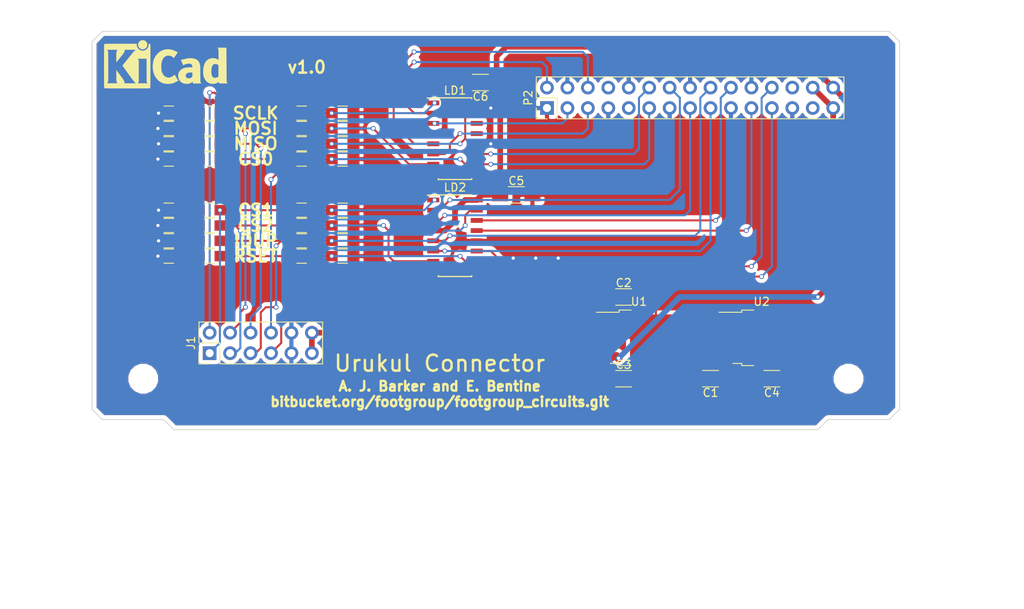
<source format=kicad_pcb>
(kicad_pcb (version 4) (host pcbnew 4.0.7)
  (layers (0 F.Cu signal) (31 B.Cu signal hide) (34 B.Paste user) (35 F.Paste user) (36 B.SilkS user) (37 F.SilkS user) (38 B.Mask user) (39 F.Mask user) (44 Edge.Cuts user))
  (net 0 "")
  (net 1 +15V)
  (net 2 GND)
  (net 3 +12V)
  (net 4 +3V3)
  (net 5 "Net-(D1-Pad1)")
  (net 6 "Net-(D2-Pad1)")
  (net 7 "Net-(D3-Pad1)")
  (net 8 "Net-(D4-Pad1)")
  (net 9 "Net-(D5-Pad1)")
  (net 10 "Net-(D6-Pad1)")
  (net 11 "Net-(D7-Pad1)")
  (net 12 "Net-(D8-Pad1)")
  (net 13 "Net-(P2-Pad9)")
  (net 14 /SCLK_TTL)
  (net 15 /MOSI_TTL)
  (net 16 /MISO_TTL)
  (net 17 /CS0_TTL)
  (net 18 /CS1_TTL)
  (net 19 /CS2_TTL)
  (net 20 /IOUPDATE_TTL)
  (net 21 /DDSRESET_TTL)
  (net 22 /SCLK_LVT)
  (net 23 /SCLK_NIO)
  (net 24 /SCLK_IO)
  (net 25 /MOSI_IO)
  (net 26 /MOSI_NIO)
  (net 27 /MOSI_LVT)
  (net 28 /CS0_LVT)
  (net 29 /CS0_NIO)
  (net 30 /CS0_IO)
  (net 31 /MISO_IO)
  (net 32 /MISO_NIO)
  (net 33 /MISO_LVT)
  (net 34 /CS1_LVT)
  (net 35 /CS1_NIO)
  (net 36 /CS1_IO)
  (net 37 /CS2_IO)
  (net 38 /CS2_NIO)
  (net 39 /CS2_LVT)
  (net 40 /DDSRESET_LVT)
  (net 41 /DDSRESET_NIO)
  (net 42 /DDSRESET_IO)
  (net 43 /IOUPDATE_IO)
  (net 44 /IOUPDATE_NIO)
  (net 45 /IOUPDATE_LVT)
  (net 46 /I2C_SDA)
  (net 47 /I2C_SCL)
  (net 48 "Net-(P2-Pad8)")
  (module Mounting_Holes:MountingHole_2.7mm_M2.5 (layer F.Cu) (at 76.2 151.13)
    (fp_text reference REF** hide)
    (fp_text value MountingHole_2.7mm_M2.5 hide)
    (pad 1 np_thru_hole circle (at 0 0) (size 2.7 2.7) (drill 2.7) (layers *.Cu *.Mask))
  )
  (module Capacitors_SMD:C_1206_HandSoldering (layer F.Cu) (at 146.685 151.13 180)
    (fp_text reference C1 (at 0 -1.75 180) (layer F.SilkS))
    (fp_text value 10u)
    (pad 1 smd rect (at -2 0 180) (size 2 1.6) (layers F.Cu F.Paste F.Mask) (net 1 +15V))
    (pad 2 smd rect (at 2 0 180) (size 2 1.6) (layers F.Cu F.Paste F.Mask) (net 2 GND))
  )
  (module Capacitors_SMD:C_1206_HandSoldering (layer F.Cu) (at 135.89 140.97)
    (fp_text reference C2 (at 0 -1.75) (layer F.SilkS))
    (fp_text value 10u)
    (pad 1 smd rect (at -2 0) (size 2 1.6) (layers F.Cu F.Paste F.Mask) (net 1 +15V))
    (pad 2 smd rect (at 2 0) (size 2 1.6) (layers F.Cu F.Paste F.Mask) (net 2 GND))
  )
  (module Capacitors_SMD:C_1206_HandSoldering (layer F.Cu) (at 135.89 151.13)
    (fp_text reference C3 (at 0 -1.75) (layer F.SilkS))
    (fp_text value 10u)
    (pad 1 smd rect (at -2 0) (size 2 1.6) (layers F.Cu F.Paste F.Mask) (net 3 +12V))
    (pad 2 smd rect (at 2 0) (size 2 1.6) (layers F.Cu F.Paste F.Mask) (net 2 GND))
  )
  (module Capacitors_SMD:C_1206_HandSoldering (layer F.Cu) (at 154.305 151.13 180)
    (fp_text reference C4 (at 0 -1.75 180) (layer F.SilkS))
    (fp_text value 10u)
    (pad 1 smd rect (at -2 0 180) (size 2 1.6) (layers F.Cu F.Paste F.Mask) (net 4 +3V3))
    (pad 2 smd rect (at 2 0 180) (size 2 1.6) (layers F.Cu F.Paste F.Mask) (net 2 GND))
  )
  (module Resistors_SMD:R_0805_HandSoldering (layer F.Cu) (at 84.455 118.11)
    (fp_text reference D1 hide)
    (fp_text value Led_Small hide)
    (pad 1 smd rect (at -1.35 0) (size 1.5 1.3) (layers F.Cu F.Paste F.Mask) (net 5 "Net-(D1-Pad1)"))
    (pad 2 smd rect (at 1.35 0) (size 1.5 1.3) (layers F.Cu F.Paste F.Mask) (net 14 /SCLK_TTL))
  )
  (module Resistors_SMD:R_0805_HandSoldering (layer F.Cu) (at 84.455 120.015)
    (fp_text reference D2 hide)
    (fp_text value Led_Small hide)
    (pad 1 smd rect (at -1.35 0) (size 1.5 1.3) (layers F.Cu F.Paste F.Mask) (net 6 "Net-(D2-Pad1)"))
    (pad 2 smd rect (at 1.35 0) (size 1.5 1.3) (layers F.Cu F.Paste F.Mask) (net 15 /MOSI_TTL))
  )
  (module Resistors_SMD:R_0805_HandSoldering (layer F.Cu) (at 84.455 121.92)
    (fp_text reference D3 hide)
    (fp_text value Led_Small hide)
    (pad 1 smd rect (at -1.35 0) (size 1.5 1.3) (layers F.Cu F.Paste F.Mask) (net 7 "Net-(D3-Pad1)"))
    (pad 2 smd rect (at 1.35 0) (size 1.5 1.3) (layers F.Cu F.Paste F.Mask) (net 16 /MISO_TTL))
  )
  (module Resistors_SMD:R_0805_HandSoldering (layer F.Cu) (at 84.455 123.825)
    (fp_text reference D4 hide)
    (fp_text value Led_Small hide)
    (pad 1 smd rect (at -1.35 0) (size 1.5 1.3) (layers F.Cu F.Paste F.Mask) (net 8 "Net-(D4-Pad1)"))
    (pad 2 smd rect (at 1.35 0) (size 1.5 1.3) (layers F.Cu F.Paste F.Mask) (net 17 /CS0_TTL))
  )
  (module Resistors_SMD:R_0805_HandSoldering (layer F.Cu) (at 84.455 130.175)
    (fp_text reference D5 hide)
    (fp_text value Led_Small hide)
    (pad 1 smd rect (at -1.35 0) (size 1.5 1.3) (layers F.Cu F.Paste F.Mask) (net 9 "Net-(D5-Pad1)"))
    (pad 2 smd rect (at 1.35 0) (size 1.5 1.3) (layers F.Cu F.Paste F.Mask) (net 18 /CS1_TTL))
  )
  (module Resistors_SMD:R_0805_HandSoldering (layer F.Cu) (at 84.455 132.08)
    (fp_text reference D6 hide)
    (fp_text value Led_Small hide)
    (pad 1 smd rect (at -1.35 0) (size 1.5 1.3) (layers F.Cu F.Paste F.Mask) (net 10 "Net-(D6-Pad1)"))
    (pad 2 smd rect (at 1.35 0) (size 1.5 1.3) (layers F.Cu F.Paste F.Mask) (net 19 /CS2_TTL))
  )
  (module Resistors_SMD:R_0805_HandSoldering (layer F.Cu) (at 84.455 133.985)
    (fp_text reference D7 hide)
    (fp_text value Led_Small hide)
    (pad 1 smd rect (at -1.35 0) (size 1.5 1.3) (layers F.Cu F.Paste F.Mask) (net 11 "Net-(D7-Pad1)"))
    (pad 2 smd rect (at 1.35 0) (size 1.5 1.3) (layers F.Cu F.Paste F.Mask) (net 20 /IOUPDATE_TTL))
  )
  (module Resistors_SMD:R_0805_HandSoldering (layer F.Cu) (at 84.455 135.89)
    (fp_text reference D8 hide)
    (fp_text value Led_Small hide)
    (pad 1 smd rect (at -1.35 0) (size 1.5 1.3) (layers F.Cu F.Paste F.Mask) (net 12 "Net-(D8-Pad1)"))
    (pad 2 smd rect (at 1.35 0) (size 1.5 1.3) (layers F.Cu F.Paste F.Mask) (net 21 /DDSRESET_TTL))
  )
  (module Pin_Headers:Pin_Header_Straight_2x06_Pitch2.54mm (layer F.Cu) (at 84.455 147.955 90)
    (fp_text reference J1 (at 1.27 -2.33 90) (layer F.SilkS))
    (fp_text value Conn_02x06_Odd_Even)
    (pad 1 thru_hole rect (at 0 0 90) (size 1.7 1.7) (drill 1) (layers *.Cu *.Mask) (net 18 /CS1_TTL))
    (pad 2 thru_hole oval (at 2.54 0 90) (size 1.7 1.7) (drill 1) (layers *.Cu *.Mask) (net 14 /SCLK_TTL))
    (pad 3 thru_hole oval (at 0 2.54 90) (size 1.7 1.7) (drill 1) (layers *.Cu *.Mask) (net 19 /CS2_TTL))
    (pad 4 thru_hole oval (at 2.54 2.54 90) (size 1.7 1.7) (drill 1) (layers *.Cu *.Mask) (net 15 /MOSI_TTL))
    (pad 5 thru_hole oval (at 0 5.08 90) (size 1.7 1.7) (drill 1) (layers *.Cu *.Mask) (net 20 /IOUPDATE_TTL))
    (pad 6 thru_hole oval (at 2.54 5.08 90) (size 1.7 1.7) (drill 1) (layers *.Cu *.Mask) (net 16 /MISO_TTL))
    (pad 7 thru_hole oval (at 0 7.62 90) (size 1.7 1.7) (drill 1) (layers *.Cu *.Mask) (net 21 /DDSRESET_TTL))
    (pad 8 thru_hole oval (at 2.54 7.62 90) (size 1.7 1.7) (drill 1) (layers *.Cu *.Mask) (net 17 /CS0_TTL))
    (pad 9 thru_hole oval (at 0 10.16 90) (size 1.7 1.7) (drill 1) (layers *.Cu *.Mask) (net 2 GND))
    (pad 10 thru_hole oval (at 2.54 10.16 90) (size 1.7 1.7) (drill 1) (layers *.Cu *.Mask) (net 2 GND))
    (pad 11 thru_hole oval (at 0 12.7 90) (size 1.7 1.7) (drill 1) (layers *.Cu *.Mask) (net 1 +15V))
    (pad 12 thru_hole oval (at 2.54 12.7 90) (size 1.7 1.7) (drill 1) (layers *.Cu *.Mask) (net 1 +15V))
  )
  (module Housings_SOIC:SOIC-16_3.9x9.9mm_Pitch1.27mm (layer F.Cu) (at 114.935 121.285)
    (fp_text reference LD1 (at 0 -6) (layer F.SilkS))
    (fp_text value SN65LVDS31)
    (pad 1 smd rect (at -2.7 -4.445) (size 1.5 0.6) (layers F.Cu F.Paste F.Mask) (net 22 /SCLK_LVT))
    (pad 2 smd rect (at -2.7 -3.175) (size 1.5 0.6) (layers F.Cu F.Paste F.Mask) (net 23 /SCLK_NIO))
    (pad 3 smd rect (at -2.7 -1.905) (size 1.5 0.6) (layers F.Cu F.Paste F.Mask) (net 24 /SCLK_IO))
    (pad 4 smd rect (at -2.7 -0.635) (size 1.5 0.6) (layers F.Cu F.Paste F.Mask) (net 4 +3V3))
    (pad 5 smd rect (at -2.7 0.635) (size 1.5 0.6) (layers F.Cu F.Paste F.Mask) (net 25 /MOSI_IO))
    (pad 6 smd rect (at -2.7 1.905) (size 1.5 0.6) (layers F.Cu F.Paste F.Mask) (net 26 /MOSI_NIO))
    (pad 7 smd rect (at -2.7 3.175) (size 1.5 0.6) (layers F.Cu F.Paste F.Mask) (net 27 /MOSI_LVT))
    (pad 8 smd rect (at -2.7 4.445) (size 1.5 0.6) (layers F.Cu F.Paste F.Mask) (net 2 GND))
    (pad 9 smd rect (at 2.7 4.445) (size 1.5 0.6) (layers F.Cu F.Paste F.Mask) (net 28 /CS0_LVT))
    (pad 10 smd rect (at 2.7 3.175) (size 1.5 0.6) (layers F.Cu F.Paste F.Mask) (net 29 /CS0_NIO))
    (pad 11 smd rect (at 2.7 1.905) (size 1.5 0.6) (layers F.Cu F.Paste F.Mask) (net 30 /CS0_IO))
    (pad 12 smd rect (at 2.7 0.635) (size 1.5 0.6) (layers F.Cu F.Paste F.Mask) (net 2 GND))
    (pad 13 smd rect (at 2.7 -0.635) (size 1.5 0.6) (layers F.Cu F.Paste F.Mask) (net 31 /MISO_IO))
    (pad 14 smd rect (at 2.7 -1.905) (size 1.5 0.6) (layers F.Cu F.Paste F.Mask) (net 32 /MISO_NIO))
    (pad 15 smd rect (at 2.7 -3.175) (size 1.5 0.6) (layers F.Cu F.Paste F.Mask) (net 33 /MISO_LVT))
    (pad 16 smd rect (at 2.7 -4.445) (size 1.5 0.6) (layers F.Cu F.Paste F.Mask) (net 4 +3V3))
  )
  (module Housings_SOIC:SOIC-16_3.9x9.9mm_Pitch1.27mm (layer F.Cu) (at 114.935 133.35)
    (fp_text reference LD2 (at 0 -6) (layer F.SilkS))
    (fp_text value SN65LVDS31)
    (pad 1 smd rect (at -2.7 -4.445) (size 1.5 0.6) (layers F.Cu F.Paste F.Mask) (net 34 /CS1_LVT))
    (pad 2 smd rect (at -2.7 -3.175) (size 1.5 0.6) (layers F.Cu F.Paste F.Mask) (net 35 /CS1_NIO))
    (pad 3 smd rect (at -2.7 -1.905) (size 1.5 0.6) (layers F.Cu F.Paste F.Mask) (net 36 /CS1_IO))
    (pad 4 smd rect (at -2.7 -0.635) (size 1.5 0.6) (layers F.Cu F.Paste F.Mask) (net 4 +3V3))
    (pad 5 smd rect (at -2.7 0.635) (size 1.5 0.6) (layers F.Cu F.Paste F.Mask) (net 37 /CS2_IO))
    (pad 6 smd rect (at -2.7 1.905) (size 1.5 0.6) (layers F.Cu F.Paste F.Mask) (net 38 /CS2_NIO))
    (pad 7 smd rect (at -2.7 3.175) (size 1.5 0.6) (layers F.Cu F.Paste F.Mask) (net 39 /CS2_LVT))
    (pad 8 smd rect (at -2.7 4.445) (size 1.5 0.6) (layers F.Cu F.Paste F.Mask) (net 2 GND))
    (pad 9 smd rect (at 2.7 4.445) (size 1.5 0.6) (layers F.Cu F.Paste F.Mask) (net 40 /DDSRESET_LVT))
    (pad 10 smd rect (at 2.7 3.175) (size 1.5 0.6) (layers F.Cu F.Paste F.Mask) (net 41 /DDSRESET_NIO))
    (pad 11 smd rect (at 2.7 1.905) (size 1.5 0.6) (layers F.Cu F.Paste F.Mask) (net 42 /DDSRESET_IO))
    (pad 12 smd rect (at 2.7 0.635) (size 1.5 0.6) (layers F.Cu F.Paste F.Mask) (net 2 GND))
    (pad 13 smd rect (at 2.7 -0.635) (size 1.5 0.6) (layers F.Cu F.Paste F.Mask) (net 43 /IOUPDATE_IO))
    (pad 14 smd rect (at 2.7 -1.905) (size 1.5 0.6) (layers F.Cu F.Paste F.Mask) (net 44 /IOUPDATE_NIO))
    (pad 15 smd rect (at 2.7 -3.175) (size 1.5 0.6) (layers F.Cu F.Paste F.Mask) (net 45 /IOUPDATE_LVT))
    (pad 16 smd rect (at 2.7 -4.445) (size 1.5 0.6) (layers F.Cu F.Paste F.Mask) (net 4 +3V3))
  )
  (module Pin_Headers:Pin_Header_Straight_2x15_Pitch2.54mm (layer F.Cu) (at 126.365 117.475 90)
    (fp_text reference P2 (at 1.27 -2.33 90) (layer F.SilkS))
    (fp_text value CONN_02X15)
    (pad 1 thru_hole rect (at 0 0 90) (size 1.7 1.7) (drill 1) (layers *.Cu *.Mask) (net 2 GND))
    (pad 2 thru_hole oval (at 2.54 0 90) (size 1.7 1.7) (drill 1) (layers *.Cu *.Mask) (net 23 /SCLK_NIO))
    (pad 3 thru_hole oval (at 0 2.54 90) (size 1.7 1.7) (drill 1) (layers *.Cu *.Mask) (net 24 /SCLK_IO))
    (pad 4 thru_hole oval (at 2.54 2.54 90) (size 1.7 1.7) (drill 1) (layers *.Cu *.Mask) (net 2 GND))
    (pad 5 thru_hole oval (at 0 5.08 90) (size 1.7 1.7) (drill 1) (layers *.Cu *.Mask) (net 26 /MOSI_NIO))
    (pad 6 thru_hole oval (at 2.54 5.08 90) (size 1.7 1.7) (drill 1) (layers *.Cu *.Mask) (net 25 /MOSI_IO))
    (pad 7 thru_hole oval (at 0 7.62 90) (size 1.7 1.7) (drill 1) (layers *.Cu *.Mask) (net 2 GND))
    (pad 8 thru_hole oval (at 2.54 7.62 90) (size 1.7 1.7) (drill 1) (layers *.Cu *.Mask) (net 48 "Net-(P2-Pad8)"))
    (pad 9 thru_hole oval (at 0 10.16 90) (size 1.7 1.7) (drill 1) (layers *.Cu *.Mask) (net 13 "Net-(P2-Pad9)"))
    (pad 10 thru_hole oval (at 2.54 10.16 90) (size 1.7 1.7) (drill 1) (layers *.Cu *.Mask) (net 2 GND))
    (pad 11 thru_hole oval (at 0 12.7 90) (size 1.7 1.7) (drill 1) (layers *.Cu *.Mask) (net 29 /CS0_NIO))
    (pad 12 thru_hole oval (at 2.54 12.7 90) (size 1.7 1.7) (drill 1) (layers *.Cu *.Mask) (net 30 /CS0_IO))
    (pad 13 thru_hole oval (at 0 15.24 90) (size 1.7 1.7) (drill 1) (layers *.Cu *.Mask) (net 2 GND))
    (pad 14 thru_hole oval (at 2.54 15.24 90) (size 1.7 1.7) (drill 1) (layers *.Cu *.Mask) (net 35 /CS1_NIO))
    (pad 15 thru_hole oval (at 0 17.78 90) (size 1.7 1.7) (drill 1) (layers *.Cu *.Mask) (net 36 /CS1_IO))
    (pad 16 thru_hole oval (at 2.54 17.78 90) (size 1.7 1.7) (drill 1) (layers *.Cu *.Mask) (net 2 GND))
    (pad 17 thru_hole oval (at 0 20.32 90) (size 1.7 1.7) (drill 1) (layers *.Cu *.Mask) (net 38 /CS2_NIO))
    (pad 18 thru_hole oval (at 2.54 20.32 90) (size 1.7 1.7) (drill 1) (layers *.Cu *.Mask) (net 37 /CS2_IO))
    (pad 19 thru_hole oval (at 0 22.86 90) (size 1.7 1.7) (drill 1) (layers *.Cu *.Mask) (net 2 GND))
    (pad 20 thru_hole oval (at 2.54 22.86 90) (size 1.7 1.7) (drill 1) (layers *.Cu *.Mask) (net 44 /IOUPDATE_NIO))
    (pad 21 thru_hole oval (at 0 25.4 90) (size 1.7 1.7) (drill 1) (layers *.Cu *.Mask) (net 43 /IOUPDATE_IO))
    (pad 22 thru_hole oval (at 2.54 25.4 90) (size 1.7 1.7) (drill 1) (layers *.Cu *.Mask) (net 2 GND))
    (pad 23 thru_hole oval (at 0 27.94 90) (size 1.7 1.7) (drill 1) (layers *.Cu *.Mask) (net 41 /DDSRESET_NIO))
    (pad 24 thru_hole oval (at 2.54 27.94 90) (size 1.7 1.7) (drill 1) (layers *.Cu *.Mask) (net 42 /DDSRESET_IO))
    (pad 25 thru_hole oval (at 0 30.48 90) (size 1.7 1.7) (drill 1) (layers *.Cu *.Mask) (net 2 GND))
    (pad 26 thru_hole oval (at 2.54 30.48 90) (size 1.7 1.7) (drill 1) (layers *.Cu *.Mask) (net 46 /I2C_SDA))
    (pad 27 thru_hole oval (at 0 33.02 90) (size 1.7 1.7) (drill 1) (layers *.Cu *.Mask) (net 47 /I2C_SCL))
    (pad 28 thru_hole oval (at 2.54 33.02 90) (size 1.7 1.7) (drill 1) (layers *.Cu *.Mask) (net 3 +12V))
    (pad 29 thru_hole oval (at 0 35.56 90) (size 1.7 1.7) (drill 1) (layers *.Cu *.Mask) (net 3 +12V))
    (pad 30 thru_hole oval (at 2.54 35.56 90) (size 1.7 1.7) (drill 1) (layers *.Cu *.Mask) (net 4 +3V3))
  )
  (module Resistors_SMD:R_0805_HandSoldering (layer F.Cu) (at 79.375 118.11)
    (fp_text reference R1 hide)
    (fp_text value 330 hide)
    (pad 1 smd rect (at -1.35 0) (size 1.5 1.3) (layers F.Cu F.Paste F.Mask) (net 2 GND))
    (pad 2 smd rect (at 1.35 0) (size 1.5 1.3) (layers F.Cu F.Paste F.Mask) (net 5 "Net-(D1-Pad1)"))
  )
  (module Resistors_SMD:R_0805_HandSoldering (layer F.Cu) (at 79.375 120.015)
    (fp_text reference R2 hide)
    (fp_text value 330 hide)
    (pad 1 smd rect (at -1.35 0) (size 1.5 1.3) (layers F.Cu F.Paste F.Mask) (net 2 GND))
    (pad 2 smd rect (at 1.35 0) (size 1.5 1.3) (layers F.Cu F.Paste F.Mask) (net 6 "Net-(D2-Pad1)"))
  )
  (module Resistors_SMD:R_0805_HandSoldering (layer F.Cu) (at 79.375 121.92)
    (fp_text reference R3 hide)
    (fp_text value 330 hide)
    (pad 1 smd rect (at -1.35 0) (size 1.5 1.3) (layers F.Cu F.Paste F.Mask) (net 2 GND))
    (pad 2 smd rect (at 1.35 0) (size 1.5 1.3) (layers F.Cu F.Paste F.Mask) (net 7 "Net-(D3-Pad1)"))
  )
  (module Resistors_SMD:R_0805_HandSoldering (layer F.Cu) (at 79.375 123.825)
    (fp_text reference R4 hide)
    (fp_text value 330 hide)
    (pad 1 smd rect (at -1.35 0) (size 1.5 1.3) (layers F.Cu F.Paste F.Mask) (net 2 GND))
    (pad 2 smd rect (at 1.35 0) (size 1.5 1.3) (layers F.Cu F.Paste F.Mask) (net 8 "Net-(D4-Pad1)"))
  )
  (module Resistors_SMD:R_0805_HandSoldering (layer F.Cu) (at 79.375 130.175)
    (fp_text reference R5 hide)
    (fp_text value 330 hide)
    (pad 1 smd rect (at -1.35 0) (size 1.5 1.3) (layers F.Cu F.Paste F.Mask) (net 2 GND))
    (pad 2 smd rect (at 1.35 0) (size 1.5 1.3) (layers F.Cu F.Paste F.Mask) (net 9 "Net-(D5-Pad1)"))
  )
  (module Resistors_SMD:R_0805_HandSoldering (layer F.Cu) (at 79.375 132.08)
    (fp_text reference R6 hide)
    (fp_text value 330 hide)
    (pad 1 smd rect (at -1.35 0) (size 1.5 1.3) (layers F.Cu F.Paste F.Mask) (net 2 GND))
    (pad 2 smd rect (at 1.35 0) (size 1.5 1.3) (layers F.Cu F.Paste F.Mask) (net 10 "Net-(D6-Pad1)"))
  )
  (module Resistors_SMD:R_0805_HandSoldering (layer F.Cu) (at 79.375 133.985)
    (fp_text reference R7 hide)
    (fp_text value 330 hide)
    (pad 1 smd rect (at -1.35 0) (size 1.5 1.3) (layers F.Cu F.Paste F.Mask) (net 2 GND))
    (pad 2 smd rect (at 1.35 0) (size 1.5 1.3) (layers F.Cu F.Paste F.Mask) (net 11 "Net-(D7-Pad1)"))
  )
  (module Resistors_SMD:R_0805_HandSoldering (layer F.Cu) (at 79.375 135.89)
    (fp_text reference R8 hide)
    (fp_text value 330 hide)
    (pad 1 smd rect (at -1.35 0) (size 1.5 1.3) (layers F.Cu F.Paste F.Mask) (net 2 GND))
    (pad 2 smd rect (at 1.35 0) (size 1.5 1.3) (layers F.Cu F.Paste F.Mask) (net 12 "Net-(D8-Pad1)"))
  )
  (module Resistors_SMD:R_0805_HandSoldering (layer F.Cu) (at 95.885 118.11)
    (fp_text reference R9 hide)
    (fp_text value 170 hide)
    (pad 1 smd rect (at -1.35 0) (size 1.5 1.3) (layers F.Cu F.Paste F.Mask) (net 14 /SCLK_TTL))
    (pad 2 smd rect (at 1.35 0) (size 1.5 1.3) (layers F.Cu F.Paste F.Mask) (net 22 /SCLK_LVT))
  )
  (module Resistors_SMD:R_0805_HandSoldering (layer F.Cu) (at 100.965 118.11)
    (fp_text reference R10 hide)
    (fp_text value 330 hide)
    (pad 1 smd rect (at -1.35 0) (size 1.5 1.3) (layers F.Cu F.Paste F.Mask) (net 22 /SCLK_LVT))
    (pad 2 smd rect (at 1.35 0) (size 1.5 1.3) (layers F.Cu F.Paste F.Mask) (net 2 GND))
  )
  (module Resistors_SMD:R_0805_HandSoldering (layer F.Cu) (at 95.885 130.175)
    (fp_text reference R11 hide)
    (fp_text value 170 hide)
    (pad 1 smd rect (at -1.35 0) (size 1.5 1.3) (layers F.Cu F.Paste F.Mask) (net 18 /CS1_TTL))
    (pad 2 smd rect (at 1.35 0) (size 1.5 1.3) (layers F.Cu F.Paste F.Mask) (net 34 /CS1_LVT))
  )
  (module Resistors_SMD:R_0805_HandSoldering (layer F.Cu) (at 100.965 130.175)
    (fp_text reference R12 hide)
    (fp_text value 330 hide)
    (pad 1 smd rect (at -1.35 0) (size 1.5 1.3) (layers F.Cu F.Paste F.Mask) (net 34 /CS1_LVT))
    (pad 2 smd rect (at 1.35 0) (size 1.5 1.3) (layers F.Cu F.Paste F.Mask) (net 2 GND))
  )
  (module Resistors_SMD:R_0805_HandSoldering (layer F.Cu) (at 95.885 120.015)
    (fp_text reference R13 hide)
    (fp_text value 170 hide)
    (pad 1 smd rect (at -1.35 0) (size 1.5 1.3) (layers F.Cu F.Paste F.Mask) (net 15 /MOSI_TTL))
    (pad 2 smd rect (at 1.35 0) (size 1.5 1.3) (layers F.Cu F.Paste F.Mask) (net 27 /MOSI_LVT))
  )
  (module Resistors_SMD:R_0805_HandSoldering (layer F.Cu) (at 100.965 120.015)
    (fp_text reference R14 hide)
    (fp_text value 330 hide)
    (pad 1 smd rect (at -1.35 0) (size 1.5 1.3) (layers F.Cu F.Paste F.Mask) (net 27 /MOSI_LVT))
    (pad 2 smd rect (at 1.35 0) (size 1.5 1.3) (layers F.Cu F.Paste F.Mask) (net 2 GND))
  )
  (module Resistors_SMD:R_0805_HandSoldering (layer F.Cu) (at 95.885 132.08)
    (fp_text reference R15 hide)
    (fp_text value 170 hide)
    (pad 1 smd rect (at -1.35 0) (size 1.5 1.3) (layers F.Cu F.Paste F.Mask) (net 19 /CS2_TTL))
    (pad 2 smd rect (at 1.35 0) (size 1.5 1.3) (layers F.Cu F.Paste F.Mask) (net 39 /CS2_LVT))
  )
  (module Resistors_SMD:R_0805_HandSoldering (layer F.Cu) (at 100.965 132.08)
    (fp_text reference R16 hide)
    (fp_text value 330 hide)
    (pad 1 smd rect (at -1.35 0) (size 1.5 1.3) (layers F.Cu F.Paste F.Mask) (net 39 /CS2_LVT))
    (pad 2 smd rect (at 1.35 0) (size 1.5 1.3) (layers F.Cu F.Paste F.Mask) (net 2 GND))
  )
  (module Resistors_SMD:R_0805_HandSoldering (layer F.Cu) (at 95.885 121.92)
    (fp_text reference R17 hide)
    (fp_text value 170 hide)
    (pad 1 smd rect (at -1.35 0) (size 1.5 1.3) (layers F.Cu F.Paste F.Mask) (net 16 /MISO_TTL))
    (pad 2 smd rect (at 1.35 0) (size 1.5 1.3) (layers F.Cu F.Paste F.Mask) (net 33 /MISO_LVT))
  )
  (module Resistors_SMD:R_0805_HandSoldering (layer F.Cu) (at 100.965 121.92)
    (fp_text reference R18 hide)
    (fp_text value 330 hide)
    (pad 1 smd rect (at -1.35 0) (size 1.5 1.3) (layers F.Cu F.Paste F.Mask) (net 33 /MISO_LVT))
    (pad 2 smd rect (at 1.35 0) (size 1.5 1.3) (layers F.Cu F.Paste F.Mask) (net 2 GND))
  )
  (module Resistors_SMD:R_0805_HandSoldering (layer F.Cu) (at 95.885 133.985)
    (fp_text reference R19 hide)
    (fp_text value 170 hide)
    (pad 1 smd rect (at -1.35 0) (size 1.5 1.3) (layers F.Cu F.Paste F.Mask) (net 20 /IOUPDATE_TTL))
    (pad 2 smd rect (at 1.35 0) (size 1.5 1.3) (layers F.Cu F.Paste F.Mask) (net 45 /IOUPDATE_LVT))
  )
  (module Resistors_SMD:R_0805_HandSoldering (layer F.Cu) (at 100.965 133.985)
    (fp_text reference R20 hide)
    (fp_text value 330 hide)
    (pad 1 smd rect (at -1.35 0) (size 1.5 1.3) (layers F.Cu F.Paste F.Mask) (net 45 /IOUPDATE_LVT))
    (pad 2 smd rect (at 1.35 0) (size 1.5 1.3) (layers F.Cu F.Paste F.Mask) (net 2 GND))
  )
  (module Resistors_SMD:R_0805_HandSoldering (layer F.Cu) (at 95.885 123.825)
    (fp_text reference R21 hide)
    (fp_text value 170 hide)
    (pad 1 smd rect (at -1.35 0) (size 1.5 1.3) (layers F.Cu F.Paste F.Mask) (net 17 /CS0_TTL))
    (pad 2 smd rect (at 1.35 0) (size 1.5 1.3) (layers F.Cu F.Paste F.Mask) (net 28 /CS0_LVT))
  )
  (module Resistors_SMD:R_0805_HandSoldering (layer F.Cu) (at 100.965 123.825)
    (fp_text reference R22 hide)
    (fp_text value 330 hide)
    (pad 1 smd rect (at -1.35 0) (size 1.5 1.3) (layers F.Cu F.Paste F.Mask) (net 28 /CS0_LVT))
    (pad 2 smd rect (at 1.35 0) (size 1.5 1.3) (layers F.Cu F.Paste F.Mask) (net 2 GND))
  )
  (module Resistors_SMD:R_0805_HandSoldering (layer F.Cu) (at 95.885 135.89)
    (fp_text reference R23 hide)
    (fp_text value 170)
    (pad 1 smd rect (at -1.35 0) (size 1.5 1.3) (layers F.Cu F.Paste F.Mask) (net 21 /DDSRESET_TTL))
    (pad 2 smd rect (at 1.35 0) (size 1.5 1.3) (layers F.Cu F.Paste F.Mask) (net 40 /DDSRESET_LVT))
  )
  (module Resistors_SMD:R_0805_HandSoldering (layer F.Cu) (at 100.965 135.89)
    (fp_text reference R24 hide)
    (fp_text value 330)
    (pad 1 smd rect (at -1.35 0) (size 1.5 1.3) (layers F.Cu F.Paste F.Mask) (net 40 /DDSRESET_LVT))
    (pad 2 smd rect (at 1.35 0) (size 1.5 1.3) (layers F.Cu F.Paste F.Mask) (net 2 GND))
  )
  (module TO_SOT_Packages_SMD:TO-252-2 (layer F.Cu) (at 137.795 146.05)
    (fp_text reference U1 (at 0 -4.5) (layer F.SilkS))
    (fp_text value MC7800)
    (pad 1 smd rect (at -4.2 -2.28) (size 2.2 1.2) (layers F.Cu F.Paste F.Mask) (net 1 +15V))
    (pad 3 smd rect (at -4.2 2.28) (size 2.2 1.2) (layers F.Cu F.Paste F.Mask) (net 3 +12V))
    (pad 2 smd rect (at 2.1 0) (size 6.4 5.8) (layers F.Cu F.Mask) (net 2 GND))
    (pad 2 smd rect (at 3.775 1.525) (size 3.05 2.75) (layers F.Cu F.Paste) (net 2 GND))
    (pad 2 smd rect (at 0.425 -1.525) (size 3.05 2.75) (layers F.Cu F.Paste) (net 2 GND))
    (pad 2 smd rect (at 3.775 -1.525) (size 3.05 2.75) (layers F.Cu F.Paste) (net 2 GND))
    (pad 2 smd rect (at 0.425 1.525) (size 3.05 2.75) (layers F.Cu F.Paste) (net 2 GND))
  )
  (module TO_SOT_Packages_SMD:TO-252-2 (layer F.Cu) (at 153.035 146.05)
    (fp_text reference U2 (at 0 -4.5) (layer F.SilkS))
    (fp_text value 33TC)
    (pad 1 smd rect (at -4.2 -2.28) (size 2.2 1.2) (layers F.Cu F.Paste F.Mask) (net 2 GND))
    (pad 3 smd rect (at -4.2 2.28) (size 2.2 1.2) (layers F.Cu F.Paste F.Mask) (net 1 +15V))
    (pad 2 smd rect (at 2.1 0) (size 6.4 5.8) (layers F.Cu F.Mask) (net 4 +3V3))
    (pad 2 smd rect (at 3.775 1.525) (size 3.05 2.75) (layers F.Cu F.Paste) (net 4 +3V3))
    (pad 2 smd rect (at 0.425 -1.525) (size 3.05 2.75) (layers F.Cu F.Paste) (net 4 +3V3))
    (pad 2 smd rect (at 3.775 -1.525) (size 3.05 2.75) (layers F.Cu F.Paste) (net 4 +3V3))
    (pad 2 smd rect (at 0.425 1.525) (size 3.05 2.75) (layers F.Cu F.Paste) (net 4 +3V3))
  )
  (module Capacitors_SMD:C_1206_HandSoldering (layer F.Cu) (at 122.555 128.27)
    (fp_text reference C5 (at 0 -1.75) (layer F.SilkS))
    (fp_text value 10u)
    (pad 1 smd rect (at -2 0) (size 2 1.6) (layers F.Cu F.Paste F.Mask) (net 4 +3V3))
    (pad 2 smd rect (at 2 0) (size 2 1.6) (layers F.Cu F.Paste F.Mask) (net 2 GND))
  )
  (module Capacitors_SMD:C_1206_HandSoldering (layer F.Cu) (at 118.11 114.3 180)
    (fp_text reference C6 (at 0 -1.75 180) (layer F.SilkS))
    (fp_text value 10u)
    (pad 1 smd rect (at -2 0 180) (size 2 1.6) (layers F.Cu F.Paste F.Mask) (net 4 +3V3))
    (pad 2 smd rect (at 2 0 180) (size 2 1.6) (layers F.Cu F.Paste F.Mask) (net 2 GND))
  )
  (module Mounting_Holes:MountingHole_2.7mm_M2.5 (layer F.Cu) (at 163.83 151.13)
    (fp_text reference REF** hide)
    (fp_text value MountingHole_2.7mm_M2.5 hide)
    (pad 1 np_thru_hole circle (at 0 0) (size 2.7 2.7) (drill 2.7) (layers *.Cu *.Mask))
  )
  (module Symbols:KiCad-Logo_6mm_SilkScreen (layer F.Cu) (at 78.994 112.014)
    (fp_text reference REF*** hide)
    (fp_text value KiCad-Logo_6mm_SilkScreen hide)
  )
  (gr_text v1.0 (at 96.52 112.395) (layer F.SilkS) (effects (font (size 1.5 1.5) (thickness 0.3))))
  (gr_text "Urukul Connector" (at 113.03 149.225) (layer F.SilkS) (effects (font (size 2 2) (thickness 0.3))))
  (gr_text "A. J. Barker and E. Bentine\nbitbucket.org/footgroup/footgroup_circuits.git" (at 113.03 153.035) (layer F.SilkS) (effects (font (size 1.2 1.2) (thickness 0.3))))
  (gr_line (start 69.85 154.94) (end 69.85 109.22) (angle 90) (layer Edge.Cuts) (width 0.1))
  (gr_line (start 80.01 157.48) (end 160.02 157.48) (angle 90) (layer Edge.Cuts) (width 0.1))
  (gr_line (start 78.74 156.21) (end 80.01 157.48) (angle 90) (layer Edge.Cuts) (width 0.1))
  (gr_line (start 71.12 156.21) (end 78.74 156.21) (angle 90) (layer Edge.Cuts) (width 0.1))
  (gr_line (start 69.85 154.94) (end 71.12 156.21) (angle 90) (layer Edge.Cuts) (width 0.1))
  (gr_line (start 170.18 109.22) (end 170.18 154.94) (angle 90) (layer Edge.Cuts) (width 0.1))
  (gr_line (start 168.91 156.21) (end 170.18 154.94) (angle 90) (layer Edge.Cuts) (width 0.1))
  (gr_line (start 161.29 156.21) (end 168.91 156.21) (angle 90) (layer Edge.Cuts) (width 0.1))
  (gr_line (start 161.29 156.21) (end 160.02 157.48) (angle 90) (layer Edge.Cuts) (width 0.1))
  (gr_line (start 71.12 107.95) (end 69.85 109.22) (angle 90) (layer Edge.Cuts) (width 0.1))
  (gr_line (start 168.91 107.95) (end 71.12 107.95) (angle 90) (layer Edge.Cuts) (width 0.1))
  (gr_line (start 170.18 109.22) (end 168.91 107.95) (angle 90) (layer Edge.Cuts) (width 0.1))
  (gr_text RSET (at 90.17 135.89) (layer F.SilkS) (effects (font (size 1.5 1.5) (thickness 0.3))))
  (gr_text IOUP (at 90.17 133.985) (layer F.SilkS) (effects (font (size 1.5 1.5) (thickness 0.3))))
  (gr_text CS2 (at 90.17 132.08) (layer F.SilkS) (effects (font (size 1.5 1.5) (thickness 0.3))))
  (gr_text CS1 (at 90.17 130.175) (layer F.SilkS) (effects (font (size 1.5 1.5) (thickness 0.3))))
  (gr_text CS0 (at 90.17 123.825) (layer F.SilkS) (effects (font (size 1.5 1.5) (thickness 0.3))))
  (gr_text MISO (at 90.17 121.92) (layer F.SilkS) (effects (font (size 1.5 1.5) (thickness 0.3))))
  (gr_text MOSI (at 90.17 120.015) (layer F.SilkS) (effects (font (size 1.5 1.5) (thickness 0.3))))
  (gr_text SCLK (at 90.17 118.11) (layer F.SilkS) (effects (font (size 1.5 1.5) (thickness 0.3))))
  (segment (start 128.905 145.415) (end 128.905 152.4) (width 0.7) (layer F.Cu) (net 1))
  (segment (start 148.685 153.575) (end 148.685 151.13) (width 0.7) (layer F.Cu) (net 1))
  (segment (start 147.955 154.305) (end 148.685 153.575) (width 0.7) (layer F.Cu) (net 1))
  (segment (start 130.81 154.305) (end 147.955 154.305) (width 0.7) (layer F.Cu) (net 1))
  (segment (start 128.905 152.4) (end 130.81 154.305) (width 0.7) (layer F.Cu) (net 1))
  (segment (start 97.155 145.415) (end 128.905 145.415) (width 0.7) (layer F.Cu) (net 1))
  (segment (start 128.905 145.415) (end 129.54 145.415) (width 0.7) (layer F.Cu) (net 1))
  (segment (start 131.185 143.77) (end 133.595 143.77) (width 0.7) (layer F.Cu) (net 1))
  (segment (start 129.54 145.415) (end 131.185 143.77) (width 0.7) (layer F.Cu) (net 1))
  (segment (start 97.155 147.955) (end 97.155 145.415) (width 0.7) (layer F.Cu) (net 1))
  (segment (start 148.685 151.13) (end 148.685 148.48) (width 0.7) (layer F.Cu) (net 1))
  (segment (start 148.685 148.48) (end 148.835 148.33) (width 1) (layer F.Cu) (net 1))
  (segment (start 133.595 143.77) (end 133.595 141.265) (width 0.7) (layer F.Cu) (net 1))
  (segment (start 133.595 141.265) (end 133.89 140.97) (width 1) (layer F.Cu) (net 1))
  (segment (start 139.895 146.05) (end 135.89 146.05) (width 0.25) (layer F.Cu) (net 2))
  (segment (start 139.895 146.05) (end 139.895 149.42) (width 0.25) (layer F.Cu) (net 2))
  (segment (start 139.895 149.42) (end 140.335 149.86) (width 0.25) (layer F.Cu) (net 2))
  (segment (start 139.895 146.05) (end 139.895 142.68) (width 0.25) (layer F.Cu) (net 2))
  (segment (start 139.895 142.68) (end 140.335 142.24) (width 0.25) (layer F.Cu) (net 2))
  (segment (start 139.895 146.05) (end 144.78 146.05) (width 0.25) (layer F.Cu) (net 2))
  (via (at 78.025 123.825) (size 0.6) (drill 0.4) (layers F.Cu B.Cu) (net 2))
  (segment (start 78.025 121.84) (end 78.105 121.92) (width 0.25) (layer F.Cu) (net 2))
  (via (at 78.105 121.92) (size 0.6) (drill 0.4) (layers F.Cu B.Cu) (net 2))
  (segment (start 78.105 123.745) (end 78.105 121.92) (width 0.25) (layer B.Cu) (net 2))
  (segment (start 78.105 123.745) (end 78.025 123.825) (width 0.25) (layer B.Cu) (net 2))
  (segment (start 78.025 121.84) (end 78.025 120.015) (width 0.25) (layer F.Cu) (net 2))
  (via (at 78.025 120.015) (size 0.6) (drill 0.4) (layers F.Cu B.Cu) (net 2))
  (segment (start 78.025 120.015) (end 78.105 119.935) (width 0.25) (layer B.Cu) (net 2))
  (segment (start 78.105 119.935) (end 78.105 118.11) (width 0.25) (layer B.Cu) (net 2))
  (via (at 78.105 118.11) (size 0.6) (drill 0.4) (layers F.Cu B.Cu) (net 2))
  (segment (start 78.105 118.11) (end 78.025 118.11) (width 0.25) (layer F.Cu) (net 2))
  (via (at 78.025 135.89) (size 0.6) (drill 0.4) (layers F.Cu B.Cu) (net 2))
  (segment (start 78.025 133.905) (end 78.105 133.985) (width 0.25) (layer F.Cu) (net 2))
  (via (at 78.105 133.985) (size 0.6) (drill 0.4) (layers F.Cu B.Cu) (net 2))
  (segment (start 78.105 135.81) (end 78.105 133.985) (width 0.25) (layer B.Cu) (net 2))
  (segment (start 78.105 135.81) (end 78.025 135.89) (width 0.25) (layer B.Cu) (net 2))
  (segment (start 78.025 133.905) (end 78.025 132.08) (width 0.25) (layer F.Cu) (net 2))
  (via (at 78.025 132.08) (size 0.6) (drill 0.4) (layers F.Cu B.Cu) (net 2))
  (segment (start 78.025 132.08) (end 78.105 132) (width 0.25) (layer B.Cu) (net 2))
  (segment (start 78.105 132) (end 78.105 130.175) (width 0.25) (layer B.Cu) (net 2))
  (via (at 78.105 130.175) (size 0.6) (drill 0.4) (layers F.Cu B.Cu) (net 2))
  (segment (start 78.105 130.175) (end 78.025 130.175) (width 0.25) (layer F.Cu) (net 2))
  (segment (start 117.635 133.985) (end 120.015 133.985) (width 0.25) (layer F.Cu) (net 2))
  (via (at 127.762 136.144) (size 0.6) (drill 0.4) (layers F.Cu B.Cu) (net 2))
  (segment (start 124.968 136.144) (end 127.762 136.144) (width 0.25) (layer F.Cu) (net 2))
  (via (at 124.968 136.144) (size 0.6) (drill 0.4) (layers F.Cu B.Cu) (net 2))
  (segment (start 122.174 136.144) (end 124.968 136.144) (width 0.25) (layer B.Cu) (net 2))
  (via (at 122.174 136.144) (size 0.6) (drill 0.4) (layers F.Cu B.Cu) (net 2))
  (segment (start 120.015 133.985) (end 122.174 136.144) (width 0.25) (layer F.Cu) (net 2))
  (via (at 119.38 117.475) (size 0.6) (drill 0.4) (layers F.Cu B.Cu) (net 2))
  (segment (start 119.38 117.475) (end 119.38 121.92) (width 0.25) (layer F.Cu) (net 2))
  (via (at 119.38 121.92) (size 0.6) (drill 0.4) (layers F.Cu B.Cu) (net 2))
  (segment (start 119.38 121.92) (end 117.635 121.92) (width 0.25) (layer F.Cu) (net 2))
  (segment (start 159.385 114.935) (end 161.925 117.475) (width 0.7) (layer F.Cu) (net 3))
  (segment (start 161.925 117.475) (end 161.925 139.065) (width 0.7) (layer F.Cu) (net 3))
  (segment (start 161.925 139.065) (end 160.02 140.97) (width 0.7) (layer F.Cu) (net 3))
  (via (at 160.02 140.97) (size 0.6) (drill 0.4) (layers F.Cu B.Cu) (net 3))
  (segment (start 142.875 140.97) (end 160.02 140.97) (width 0.7) (layer B.Cu) (net 3))
  (segment (start 135.255 148.59) (end 142.875 140.97) (width 0.7) (layer B.Cu) (net 3))
  (via (at 135.255 148.59) (size 0.6) (drill 0.4) (layers F.Cu B.Cu) (net 3))
  (segment (start 134.995 148.33) (end 135.255 148.59) (width 1) (layer F.Cu) (net 3))
  (segment (start 133.595 148.33) (end 134.995 148.33) (width 1) (layer F.Cu) (net 3))
  (segment (start 133.89 151.13) (end 133.89 148.625) (width 0.7) (layer F.Cu) (net 3))
  (segment (start 159.385 115.57) (end 158.75 114.935) (width 0.25) (layer B.Cu) (net 3))
  (segment (start 117.635 128.905) (end 116.205 128.905) (width 0.7) (layer F.Cu) (net 4))
  (segment (start 113.665 132.715) (end 112.235 132.715) (width 0.7) (layer F.Cu) (net 4))
  (segment (start 114.935 131.445) (end 113.665 132.715) (width 0.7) (layer F.Cu) (net 4))
  (segment (start 114.935 130.175) (end 114.935 131.445) (width 0.7) (layer F.Cu) (net 4))
  (segment (start 116.205 128.905) (end 114.935 130.175) (width 0.7) (layer F.Cu) (net 4))
  (segment (start 117.635 116.84) (end 114.935 116.84) (width 0.7) (layer F.Cu) (net 4))
  (segment (start 113.03 120.65) (end 112.235 120.65) (width 0.7) (layer F.Cu) (net 4))
  (segment (start 113.665 120.015) (end 113.03 120.65) (width 0.7) (layer F.Cu) (net 4))
  (segment (start 113.665 118.11) (end 113.665 120.015) (width 0.7) (layer F.Cu) (net 4))
  (segment (start 114.935 116.84) (end 113.665 118.11) (width 0.7) (layer F.Cu) (net 4))
  (segment (start 161.925 114.935) (end 163.83 116.84) (width 0.7) (layer F.Cu) (net 4))
  (segment (start 163.83 116.84) (end 163.83 144.78) (width 0.7) (layer F.Cu) (net 4))
  (segment (start 161.925 114.935) (end 156.845 109.855) (width 0.7) (layer F.Cu) (net 4))
  (segment (start 120.555 128.27) (end 120.555 114.745) (width 0.7) (layer F.Cu) (net 4))
  (segment (start 120.555 114.745) (end 120.11 114.3) (width 1) (layer F.Cu) (net 4))
  (segment (start 120.11 114.3) (end 120.11 111.03) (width 0.7) (layer F.Cu) (net 4))
  (segment (start 121.285 109.855) (end 156.845 109.855) (width 0.7) (layer F.Cu) (net 4))
  (segment (start 120.11 111.03) (end 121.285 109.855) (width 0.7) (layer F.Cu) (net 4))
  (segment (start 155.135 146.05) (end 162.56 146.05) (width 0.7) (layer F.Cu) (net 4))
  (segment (start 162.56 146.05) (end 163.83 144.78) (width 0.7) (layer F.Cu) (net 4))
  (segment (start 155.135 146.05) (end 155.135 144.585) (width 1) (layer F.Cu) (net 4))
  (segment (start 155.135 146.05) (end 155.575 146.05) (width 1) (layer F.Cu) (net 4))
  (segment (start 155.135 146.05) (end 156.21 146.05) (width 1) (layer F.Cu) (net 4))
  (segment (start 120.11 114.3) (end 120.11 114.365) (width 1) (layer F.Cu) (net 4))
  (segment (start 120.11 114.365) (end 117.635 116.84) (width 0.7) (layer F.Cu) (net 4))
  (segment (start 120.555 114.745) (end 120.11 114.3) (width 1) (layer F.Cu) (net 4))
  (segment (start 120.555 128.27) (end 118.27 128.27) (width 0.7) (layer F.Cu) (net 4))
  (segment (start 118.27 128.27) (end 117.635 128.905) (width 0.7) (layer F.Cu) (net 4))
  (segment (start 156.305 151.13) (end 156.305 147.22) (width 0.7) (layer F.Cu) (net 4))
  (segment (start 156.305 147.22) (end 155.135 146.05) (width 1) (layer F.Cu) (net 4))
  (segment (start 80.725 118.11) (end 83.105 118.11) (width 0.25) (layer F.Cu) (net 5))
  (segment (start 83.105 120.015) (end 80.725 120.015) (width 0.25) (layer F.Cu) (net 6))
  (segment (start 80.725 121.92) (end 83.105 121.92) (width 0.25) (layer F.Cu) (net 7))
  (segment (start 83.105 123.825) (end 80.725 123.825) (width 0.25) (layer F.Cu) (net 8))
  (segment (start 80.725 130.175) (end 83.105 130.175) (width 0.25) (layer F.Cu) (net 9))
  (segment (start 83.105 132.08) (end 80.725 132.08) (width 0.25) (layer F.Cu) (net 10))
  (segment (start 83.105 133.985) (end 80.725 133.985) (width 0.25) (layer F.Cu) (net 11))
  (segment (start 80.725 135.89) (end 83.105 135.89) (width 0.25) (layer F.Cu) (net 12))
  (segment (start 85.805 118.11) (end 85.805 116.285) (width 0.25) (layer F.Cu) (net 14))
  (segment (start 84.455 115.57) (end 84.455 145.415) (width 0.25) (layer B.Cu) (net 14))
  (via (at 84.455 115.57) (size 0.6) (drill 0.4) (layers F.Cu B.Cu) (net 14))
  (segment (start 85.09 115.57) (end 84.455 115.57) (width 0.25) (layer F.Cu) (net 14))
  (segment (start 85.805 116.285) (end 85.09 115.57) (width 0.25) (layer F.Cu) (net 14))
  (segment (start 85.805 118.11) (end 94.535 118.11) (width 0.25) (layer F.Cu) (net 14))
  (segment (start 85.805 120.015) (end 88.265 120.015) (width 0.25) (layer F.Cu) (net 15))
  (segment (start 88.265 144.145) (end 86.995 145.415) (width 0.25) (layer F.Cu) (net 15))
  (segment (start 88.265 142.875) (end 88.265 144.145) (width 0.25) (layer F.Cu) (net 15))
  (segment (start 88.9 142.24) (end 88.265 142.875) (width 0.25) (layer F.Cu) (net 15))
  (via (at 88.9 142.24) (size 0.6) (drill 0.4) (layers F.Cu B.Cu) (net 15))
  (segment (start 88.9 120.65) (end 88.9 142.24) (width 0.25) (layer B.Cu) (net 15))
  (via (at 88.9 120.65) (size 0.6) (drill 0.4) (layers F.Cu B.Cu) (net 15))
  (segment (start 88.265 120.015) (end 88.9 120.65) (width 0.25) (layer F.Cu) (net 15))
  (segment (start 94.535 120.015) (end 85.805 120.015) (width 0.25) (layer F.Cu) (net 15))
  (segment (start 89.535 145.415) (end 89.535 143.51) (width 0.25) (layer B.Cu) (net 16))
  (segment (start 90.805 122.555) (end 90.17 121.92) (width 0.25) (layer F.Cu) (net 16))
  (via (at 90.805 122.555) (size 0.6) (drill 0.4) (layers F.Cu B.Cu) (net 16))
  (segment (start 90.805 142.24) (end 90.805 122.555) (width 0.25) (layer B.Cu) (net 16))
  (segment (start 89.535 143.51) (end 90.805 142.24) (width 0.25) (layer B.Cu) (net 16))
  (segment (start 85.805 121.92) (end 90.17 121.92) (width 0.25) (layer F.Cu) (net 16))
  (segment (start 90.17 121.92) (end 94.535 121.92) (width 0.25) (layer F.Cu) (net 16))
  (segment (start 94.535 123.825) (end 94.535 125.015) (width 0.25) (layer F.Cu) (net 17))
  (segment (start 92.075 126.365) (end 92.075 145.415) (width 0.25) (layer B.Cu) (net 17))
  (via (at 92.075 126.365) (size 0.6) (drill 0.4) (layers F.Cu B.Cu) (net 17))
  (segment (start 92.71 125.73) (end 92.075 126.365) (width 0.25) (layer F.Cu) (net 17))
  (segment (start 93.82 125.73) (end 92.71 125.73) (width 0.25) (layer F.Cu) (net 17))
  (segment (start 94.535 125.015) (end 93.82 125.73) (width 0.25) (layer F.Cu) (net 17))
  (segment (start 94.535 123.825) (end 85.805 123.825) (width 0.25) (layer F.Cu) (net 17))
  (segment (start 84.455 147.955) (end 85.725 146.685) (width 0.25) (layer B.Cu) (net 18))
  (segment (start 85.725 130.175) (end 85.805 130.175) (width 0.25) (layer F.Cu) (net 18))
  (via (at 85.725 130.175) (size 0.6) (drill 0.4) (layers F.Cu B.Cu) (net 18))
  (segment (start 85.725 146.685) (end 85.725 130.175) (width 0.25) (layer B.Cu) (net 18))
  (segment (start 94.615 130.095) (end 94.535 130.175) (width 0.25) (layer F.Cu) (net 18))
  (segment (start 85.805 130.175) (end 94.535 130.175) (width 0.25) (layer F.Cu) (net 18))
  (segment (start 87.63 132.08) (end 88.265 132.715) (width 0.25) (layer F.Cu) (net 19))
  (segment (start 88.265 147.32) (end 87.63 147.955) (width 0.25) (layer B.Cu) (net 19))
  (segment (start 88.265 132.715) (end 88.265 147.32) (width 0.25) (layer B.Cu) (net 19))
  (via (at 88.265 132.715) (size 0.6) (drill 0.4) (layers F.Cu B.Cu) (net 19))
  (segment (start 87.63 147.955) (end 86.995 147.955) (width 0.25) (layer B.Cu) (net 19))
  (segment (start 94.535 132.08) (end 87.63 132.08) (width 0.25) (layer F.Cu) (net 19))
  (segment (start 87.63 132.08) (end 85.805 132.08) (width 0.25) (layer F.Cu) (net 19))
  (segment (start 93.345 133.985) (end 92.71 134.62) (width 0.25) (layer F.Cu) (net 20))
  (segment (start 90.805 147.32) (end 90.17 147.955) (width 0.25) (layer F.Cu) (net 20))
  (segment (start 90.805 142.875) (end 90.805 147.32) (width 0.25) (layer F.Cu) (net 20))
  (segment (start 91.44 142.24) (end 90.805 142.875) (width 0.25) (layer F.Cu) (net 20))
  (segment (start 92.71 142.24) (end 91.44 142.24) (width 0.25) (layer F.Cu) (net 20))
  (via (at 92.71 142.24) (size 0.6) (drill 0.4) (layers F.Cu B.Cu) (net 20))
  (segment (start 92.71 134.62) (end 92.71 142.24) (width 0.25) (layer B.Cu) (net 20))
  (via (at 92.71 134.62) (size 0.6) (drill 0.4) (layers F.Cu B.Cu) (net 20))
  (segment (start 90.17 147.955) (end 89.535 147.955) (width 0.25) (layer F.Cu) (net 20))
  (segment (start 85.805 133.985) (end 92.075 133.985) (width 0.25) (layer F.Cu) (net 20))
  (segment (start 92.075 133.985) (end 93.345 133.985) (width 0.25) (layer F.Cu) (net 20))
  (segment (start 93.345 133.985) (end 94.535 133.985) (width 0.25) (layer F.Cu) (net 20))
  (segment (start 94.535 135.89) (end 94.535 142.16) (width 0.25) (layer F.Cu) (net 21))
  (segment (start 93.345 146.685) (end 92.075 147.955) (width 0.25) (layer F.Cu) (net 21))
  (segment (start 93.345 143.35) (end 93.345 146.685) (width 0.25) (layer F.Cu) (net 21))
  (segment (start 94.535 142.16) (end 93.345 143.35) (width 0.25) (layer F.Cu) (net 21))
  (segment (start 94.535 135.89) (end 85.805 135.89) (width 0.25) (layer F.Cu) (net 21))
  (segment (start 99.615 118.11) (end 111.125 118.11) (width 0.25) (layer B.Cu) (net 22))
  (segment (start 112.395 116.84) (end 112.235 116.84) (width 0.25) (layer F.Cu) (net 22))
  (via (at 112.395 116.84) (size 0.6) (drill 0.4) (layers F.Cu B.Cu) (net 22))
  (segment (start 111.125 118.11) (end 112.395 116.84) (width 0.25) (layer B.Cu) (net 22))
  (via (at 99.615 118.11) (size 0.6) (drill 0.4) (layers F.Cu B.Cu) (net 22))
  (segment (start 97.235 118.11) (end 99.615 118.11) (width 0.25) (layer F.Cu) (net 22))
  (segment (start 126.365 114.935) (end 126.365 113.03) (width 0.25) (layer B.Cu) (net 23))
  (segment (start 126.365 112.395) (end 125.73 111.76) (width 0.25) (layer B.Cu) (net 23))
  (segment (start 126.365 113.03) (end 126.365 112.395) (width 0.25) (layer B.Cu) (net 23))
  (segment (start 112.235 118.11) (end 109.855 118.11) (width 0.25) (layer F.Cu) (net 23))
  (segment (start 109.855 118.11) (end 108.585 116.84) (width 0.25) (layer F.Cu) (net 23))
  (segment (start 108.585 116.84) (end 108.585 113.03) (width 0.25) (layer F.Cu) (net 23))
  (segment (start 108.585 113.03) (end 109.855 111.76) (width 0.25) (layer F.Cu) (net 23))
  (via (at 109.855 111.76) (size 0.6) (drill 0.4) (layers F.Cu B.Cu) (net 23))
  (segment (start 109.855 111.76) (end 125.73 111.76) (width 0.25) (layer B.Cu) (net 23))
  (segment (start 114.935 119.38) (end 112.395 119.38) (width 0.25) (layer B.Cu) (net 24))
  (segment (start 112.395 119.38) (end 112.235 119.38) (width 0.25) (layer F.Cu) (net 24))
  (via (at 112.395 119.38) (size 0.6) (drill 0.4) (layers F.Cu B.Cu) (net 24))
  (segment (start 128.905 117.475) (end 128.905 118.745) (width 0.25) (layer B.Cu) (net 24))
  (segment (start 128.905 118.745) (end 128.27 119.38) (width 0.25) (layer B.Cu) (net 24))
  (segment (start 114.935 119.38) (end 128.27 119.38) (width 0.25) (layer B.Cu) (net 24))
  (segment (start 131.445 114.935) (end 131.445 111.125) (width 0.25) (layer B.Cu) (net 25))
  (segment (start 131.445 111.125) (end 130.81 110.49) (width 0.25) (layer B.Cu) (net 25))
  (segment (start 112.235 121.92) (end 109.855 121.92) (width 0.25) (layer F.Cu) (net 25))
  (segment (start 109.855 110.49) (end 130.81 110.49) (width 0.25) (layer B.Cu) (net 25))
  (via (at 109.855 110.49) (size 0.6) (drill 0.4) (layers F.Cu B.Cu) (net 25))
  (segment (start 107.315 113.03) (end 109.855 110.49) (width 0.25) (layer F.Cu) (net 25))
  (segment (start 107.315 119.38) (end 107.315 113.03) (width 0.25) (layer F.Cu) (net 25))
  (segment (start 108.585 120.65) (end 107.315 119.38) (width 0.25) (layer F.Cu) (net 25))
  (segment (start 109.855 121.92) (end 108.585 120.65) (width 0.25) (layer F.Cu) (net 25))
  (segment (start 114.3 122.555) (end 114.3 121.92) (width 0.25) (layer F.Cu) (net 26))
  (via (at 115.57 120.65) (size 0.6) (drill 0.4) (layers F.Cu B.Cu) (net 26))
  (segment (start 114.3 121.92) (end 115.57 120.65) (width 0.25) (layer F.Cu) (net 26))
  (segment (start 131.445 117.475) (end 131.445 120.015) (width 0.25) (layer B.Cu) (net 26))
  (segment (start 131.445 120.015) (end 130.81 120.65) (width 0.25) (layer B.Cu) (net 26))
  (segment (start 115.57 120.65) (end 130.81 120.65) (width 0.25) (layer B.Cu) (net 26))
  (segment (start 113.665 123.19) (end 114.3 122.555) (width 0.25) (layer F.Cu) (net 26))
  (segment (start 112.235 123.19) (end 113.665 123.19) (width 0.25) (layer F.Cu) (net 26))
  (segment (start 99.615 120.015) (end 104.775 120.015) (width 0.25) (layer B.Cu) (net 27))
  (segment (start 109.22 124.46) (end 112.235 124.46) (width 0.25) (layer F.Cu) (net 27))
  (segment (start 104.775 120.015) (end 109.22 124.46) (width 0.25) (layer F.Cu) (net 27))
  (via (at 104.775 120.015) (size 0.6) (drill 0.4) (layers F.Cu B.Cu) (net 27))
  (via (at 99.615 120.015) (size 0.6) (drill 0.4) (layers F.Cu B.Cu) (net 27))
  (segment (start 97.235 120.015) (end 99.615 120.015) (width 0.25) (layer F.Cu) (net 27))
  (via (at 99.615 123.825) (size 0.6) (drill 0.4) (layers F.Cu B.Cu) (net 28))
  (segment (start 97.235 123.825) (end 99.615 123.825) (width 0.25) (layer F.Cu) (net 28))
  (segment (start 116.84 125.73) (end 117.635 125.73) (width 0.25) (layer F.Cu) (net 28))
  (segment (start 116.205 125.095) (end 116.84 125.73) (width 0.25) (layer F.Cu) (net 28))
  (segment (start 116.205 124.46) (end 116.205 125.095) (width 0.25) (layer F.Cu) (net 28))
  (segment (start 115.57 123.825) (end 116.205 124.46) (width 0.25) (layer F.Cu) (net 28))
  (via (at 115.57 123.825) (size 0.6) (drill 0.4) (layers F.Cu B.Cu) (net 28))
  (segment (start 99.615 123.825) (end 115.57 123.825) (width 0.25) (layer B.Cu) (net 28))
  (segment (start 139.065 117.475) (end 139.065 123.825) (width 0.25) (layer B.Cu) (net 29))
  (segment (start 139.065 123.825) (end 138.43 124.46) (width 0.25) (layer B.Cu) (net 29))
  (segment (start 117.635 124.46) (end 119.38 124.46) (width 0.25) (layer F.Cu) (net 29))
  (segment (start 119.38 124.46) (end 138.43 124.46) (width 0.25) (layer B.Cu) (net 29))
  (via (at 119.38 124.46) (size 0.6) (drill 0.4) (layers F.Cu B.Cu) (net 29))
  (segment (start 139.065 114.935) (end 137.795 116.205) (width 0.25) (layer B.Cu) (net 30))
  (segment (start 137.795 122.555) (end 137.16 123.19) (width 0.25) (layer B.Cu) (net 30))
  (segment (start 137.795 121.285) (end 137.795 122.555) (width 0.25) (layer B.Cu) (net 30))
  (segment (start 137.795 116.205) (end 137.795 121.285) (width 0.25) (layer B.Cu) (net 30))
  (segment (start 117.635 123.19) (end 119.38 123.19) (width 0.25) (layer F.Cu) (net 30))
  (via (at 119.38 123.19) (size 0.6) (drill 0.4) (layers F.Cu B.Cu) (net 30))
  (segment (start 119.38 123.19) (end 137.16 123.19) (width 0.25) (layer B.Cu) (net 30))
  (via (at 99.615 121.92) (size 0.6) (drill 0.4) (layers F.Cu B.Cu) (net 33))
  (segment (start 97.235 121.92) (end 99.615 121.92) (width 0.25) (layer F.Cu) (net 33))
  (segment (start 116.84 118.11) (end 117.635 118.11) (width 0.25) (layer F.Cu) (net 33))
  (segment (start 116.205 118.745) (end 116.84 118.11) (width 0.25) (layer F.Cu) (net 33))
  (segment (start 116.205 121.285) (end 116.205 118.745) (width 0.25) (layer F.Cu) (net 33))
  (segment (start 115.57 121.92) (end 116.205 121.285) (width 0.25) (layer F.Cu) (net 33))
  (via (at 115.57 121.92) (size 0.6) (drill 0.4) (layers F.Cu B.Cu) (net 33))
  (segment (start 99.615 121.92) (end 115.57 121.92) (width 0.25) (layer B.Cu) (net 33))
  (segment (start 99.615 130.175) (end 111.125 130.175) (width 0.25) (layer B.Cu) (net 34))
  (segment (start 112.395 128.905) (end 112.235 128.905) (width 0.25) (layer F.Cu) (net 34))
  (via (at 112.395 128.905) (size 0.6) (drill 0.4) (layers F.Cu B.Cu) (net 34))
  (segment (start 111.125 130.175) (end 112.395 128.905) (width 0.25) (layer B.Cu) (net 34))
  (via (at 99.615 130.175) (size 0.6) (drill 0.4) (layers F.Cu B.Cu) (net 34))
  (segment (start 97.235 130.175) (end 99.615 130.175) (width 0.25) (layer F.Cu) (net 34))
  (segment (start 112.235 130.175) (end 113.03 130.175) (width 0.25) (layer F.Cu) (net 35))
  (via (at 114.3 128.905) (size 0.6) (drill 0.4) (layers F.Cu B.Cu) (net 35))
  (segment (start 113.03 130.175) (end 114.3 128.905) (width 0.25) (layer F.Cu) (net 35))
  (segment (start 141.605 114.935) (end 142.875 116.205) (width 0.25) (layer B.Cu) (net 35))
  (segment (start 142.875 127.635) (end 141.605 128.905) (width 0.25) (layer B.Cu) (net 35))
  (segment (start 142.875 116.205) (end 142.875 127.635) (width 0.25) (layer B.Cu) (net 35))
  (segment (start 114.3 128.905) (end 141.605 128.905) (width 0.25) (layer B.Cu) (net 35))
  (segment (start 114.935 130.81) (end 113.665 130.81) (width 0.25) (layer B.Cu) (net 36))
  (via (at 113.665 130.81) (size 0.6) (drill 0.4) (layers F.Cu B.Cu) (net 36))
  (segment (start 112.235 131.445) (end 113.03 131.445) (width 0.25) (layer F.Cu) (net 36))
  (segment (start 113.03 131.445) (end 113.665 130.81) (width 0.25) (layer F.Cu) (net 36))
  (segment (start 144.145 117.475) (end 144.145 130.175) (width 0.25) (layer B.Cu) (net 36))
  (segment (start 144.145 130.175) (end 143.51 130.81) (width 0.25) (layer B.Cu) (net 36))
  (segment (start 114.935 130.81) (end 143.51 130.81) (width 0.25) (layer B.Cu) (net 36))
  (segment (start 112.235 133.985) (end 113.665 133.985) (width 0.25) (layer F.Cu) (net 37))
  (via (at 114.3 133.35) (size 0.6) (drill 0.4) (layers F.Cu B.Cu) (net 37))
  (segment (start 113.665 133.985) (end 114.3 133.35) (width 0.25) (layer F.Cu) (net 37))
  (segment (start 146.685 114.935) (end 145.415 116.205) (width 0.25) (layer B.Cu) (net 37))
  (segment (start 145.415 132.715) (end 144.78 133.35) (width 0.25) (layer B.Cu) (net 37))
  (segment (start 145.415 116.205) (end 145.415 132.715) (width 0.25) (layer B.Cu) (net 37))
  (segment (start 114.3 133.35) (end 144.78 133.35) (width 0.25) (layer B.Cu) (net 37))
  (segment (start 146.685 117.475) (end 146.685 133.985) (width 0.25) (layer B.Cu) (net 38))
  (segment (start 146.685 133.985) (end 145.415 135.255) (width 0.25) (layer B.Cu) (net 38))
  (segment (start 112.235 135.255) (end 113.665 135.255) (width 0.25) (layer F.Cu) (net 38))
  (segment (start 113.665 135.255) (end 145.415 135.255) (width 0.25) (layer B.Cu) (net 38))
  (via (at 113.665 135.255) (size 0.6) (drill 0.4) (layers F.Cu B.Cu) (net 38))
  (segment (start 99.615 132.08) (end 106.045 132.08) (width 0.25) (layer B.Cu) (net 39))
  (segment (start 107.315 136.525) (end 112.235 136.525) (width 0.25) (layer F.Cu) (net 39))
  (segment (start 106.68 135.89) (end 107.315 136.525) (width 0.25) (layer F.Cu) (net 39))
  (segment (start 106.68 134.62) (end 106.68 135.89) (width 0.25) (layer F.Cu) (net 39))
  (segment (start 106.68 132.715) (end 106.68 134.62) (width 0.25) (layer F.Cu) (net 39))
  (segment (start 106.045 132.08) (end 106.68 132.715) (width 0.25) (layer F.Cu) (net 39))
  (via (at 106.045 132.08) (size 0.6) (drill 0.4) (layers F.Cu B.Cu) (net 39))
  (via (at 99.615 132.08) (size 0.6) (drill 0.4) (layers F.Cu B.Cu) (net 39))
  (segment (start 97.235 132.08) (end 99.615 132.08) (width 0.25) (layer F.Cu) (net 39))
  (via (at 99.615 135.89) (size 0.6) (drill 0.4) (layers F.Cu B.Cu) (net 40))
  (segment (start 97.235 135.89) (end 99.615 135.89) (width 0.25) (layer F.Cu) (net 40))
  (segment (start 116.84 137.795) (end 117.635 137.795) (width 0.25) (layer F.Cu) (net 40))
  (segment (start 116.205 137.16) (end 116.84 137.795) (width 0.25) (layer F.Cu) (net 40))
  (segment (start 116.205 136.525) (end 116.205 137.16) (width 0.25) (layer F.Cu) (net 40))
  (segment (start 115.57 135.89) (end 116.205 136.525) (width 0.25) (layer F.Cu) (net 40))
  (via (at 115.57 135.89) (size 0.6) (drill 0.4) (layers F.Cu B.Cu) (net 40))
  (segment (start 114.935 135.89) (end 115.57 135.89) (width 0.25) (layer B.Cu) (net 40))
  (segment (start 99.615 135.89) (end 114.935 135.89) (width 0.25) (layer B.Cu) (net 40))
  (segment (start 154.305 117.475) (end 154.305 137.16) (width 0.25) (layer B.Cu) (net 41))
  (via (at 153.035 138.43) (size 0.6) (drill 0.4) (layers F.Cu B.Cu) (net 41))
  (segment (start 154.305 137.16) (end 153.035 138.43) (width 0.25) (layer B.Cu) (net 41))
  (segment (start 117.635 136.525) (end 119.38 136.525) (width 0.25) (layer F.Cu) (net 41))
  (segment (start 121.285 138.43) (end 153.035 138.43) (width 0.25) (layer F.Cu) (net 41))
  (segment (start 119.38 136.525) (end 121.285 138.43) (width 0.25) (layer F.Cu) (net 41))
  (segment (start 154.305 114.935) (end 153.035 116.205) (width 0.25) (layer B.Cu) (net 42))
  (via (at 151.765 137.16) (size 0.6) (drill 0.4) (layers F.Cu B.Cu) (net 42))
  (segment (start 153.035 135.89) (end 151.765 137.16) (width 0.25) (layer B.Cu) (net 42))
  (segment (start 153.035 116.205) (end 153.035 135.89) (width 0.25) (layer B.Cu) (net 42))
  (segment (start 117.635 135.255) (end 119.38 135.255) (width 0.25) (layer F.Cu) (net 42))
  (segment (start 121.285 137.16) (end 151.765 137.16) (width 0.25) (layer F.Cu) (net 42))
  (segment (start 119.38 135.255) (end 121.285 137.16) (width 0.25) (layer F.Cu) (net 42))
  (segment (start 151.765 117.475) (end 151.765 132.08) (width 0.25) (layer B.Cu) (net 43))
  (segment (start 151.13 132.715) (end 150.495 132.715) (width 0.25) (layer F.Cu) (net 43))
  (via (at 151.13 132.715) (size 0.6) (drill 0.4) (layers F.Cu B.Cu) (net 43))
  (segment (start 151.765 132.08) (end 151.13 132.715) (width 0.25) (layer B.Cu) (net 43))
  (segment (start 117.635 132.715) (end 150.495 132.715) (width 0.25) (layer F.Cu) (net 43))
  (segment (start 149.225 114.935) (end 147.955 116.205) (width 0.25) (layer B.Cu) (net 44))
  (via (at 147.32 131.445) (size 0.6) (drill 0.4) (layers F.Cu B.Cu) (net 44))
  (segment (start 147.955 130.81) (end 147.32 131.445) (width 0.25) (layer B.Cu) (net 44))
  (segment (start 147.955 116.205) (end 147.955 130.81) (width 0.25) (layer B.Cu) (net 44))
  (segment (start 117.635 131.445) (end 147.32 131.445) (width 0.25) (layer F.Cu) (net 44))
  (segment (start 116.84 130.175) (end 116.205 130.81) (width 0.25) (layer F.Cu) (net 45))
  (segment (start 115.57 132.715) (end 113.665 132.715) (width 0.25) (layer B.Cu) (net 45))
  (segment (start 116.205 132.08) (end 115.57 132.715) (width 0.25) (layer B.Cu) (net 45))
  (via (at 116.205 132.08) (size 0.6) (drill 0.4) (layers F.Cu B.Cu) (net 45))
  (segment (start 116.205 130.81) (end 116.205 132.08) (width 0.25) (layer F.Cu) (net 45))
  (segment (start 99.615 133.985) (end 112.395 133.985) (width 0.25) (layer B.Cu) (net 45))
  (segment (start 97.235 133.985) (end 99.615 133.985) (width 0.25) (layer F.Cu) (net 45))
  (via (at 99.615 133.985) (size 0.6) (drill 0.4) (layers F.Cu B.Cu) (net 45))
  (segment (start 112.395 133.985) (end 113.665 132.715) (width 0.25) (layer B.Cu) (net 45))
  (segment (start 116.84 130.175) (end 117.635 130.175) (width 0.25) (layer F.Cu) (net 45))
  (zone (net 2) (net_name GND) (layer F.Cu) (connect_pads (clearance 0.508)) (min_thickness 0.254) (fill yes (arc_segments 16) (thermal_gap 0.508) (thermal_bridge_width 0.508))
    (polygon (pts (xy 68.58 106.68) (xy 68.58 158.75) (xy 171.45 158.75) (xy 171.45 106.68)))
  )
  (zone (net 2) (net_name GND) (layer B.Cu) (connect_pads (clearance 0.508)) (min_thickness 0.254) (fill yes (arc_segments 16) (thermal_gap 0.508) (thermal_bridge_width 0.508))
    (polygon (pts (xy 68.58 106.68) (xy 68.58 158.75) (xy 171.45 158.75) (xy 171.45 106.68)))
  )
)
</source>
